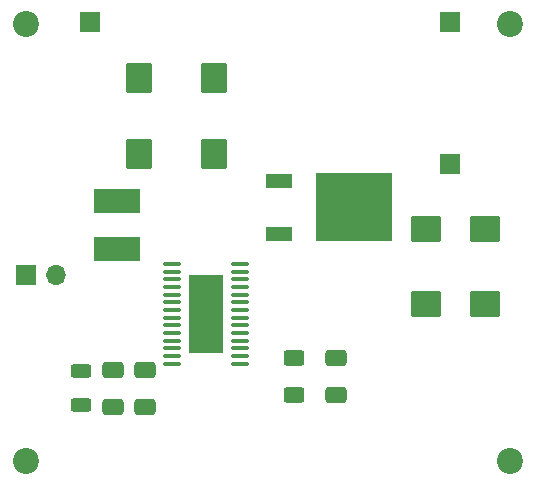
<source format=gbr>
%TF.GenerationSoftware,KiCad,Pcbnew,(5.99.0-12550-g77f47b6e47)*%
%TF.CreationDate,2021-11-06T20:02:58+00:00*%
%TF.ProjectId,max1709,6d617831-3730-4392-9e6b-696361645f70,rev?*%
%TF.SameCoordinates,Original*%
%TF.FileFunction,Soldermask,Top*%
%TF.FilePolarity,Negative*%
%FSLAX46Y46*%
G04 Gerber Fmt 4.6, Leading zero omitted, Abs format (unit mm)*
G04 Created by KiCad (PCBNEW (5.99.0-12550-g77f47b6e47)) date 2021-11-06 20:02:58*
%MOMM*%
%LPD*%
G01*
G04 APERTURE LIST*
G04 Aperture macros list*
%AMRoundRect*
0 Rectangle with rounded corners*
0 $1 Rounding radius*
0 $2 $3 $4 $5 $6 $7 $8 $9 X,Y pos of 4 corners*
0 Add a 4 corners polygon primitive as box body*
4,1,4,$2,$3,$4,$5,$6,$7,$8,$9,$2,$3,0*
0 Add four circle primitives for the rounded corners*
1,1,$1+$1,$2,$3*
1,1,$1+$1,$4,$5*
1,1,$1+$1,$6,$7*
1,1,$1+$1,$8,$9*
0 Add four rect primitives between the rounded corners*
20,1,$1+$1,$2,$3,$4,$5,0*
20,1,$1+$1,$4,$5,$6,$7,0*
20,1,$1+$1,$6,$7,$8,$9,0*
20,1,$1+$1,$8,$9,$2,$3,0*%
G04 Aperture macros list end*
%ADD10R,2.200000X1.200000*%
%ADD11R,6.400000X5.800000*%
%ADD12R,1.700000X1.700000*%
%ADD13O,1.700000X1.700000*%
%ADD14R,4.000000X2.000000*%
%ADD15C,2.200000*%
%ADD16RoundRect,0.100000X-0.637500X-0.100000X0.637500X-0.100000X0.637500X0.100000X-0.637500X0.100000X0*%
%ADD17R,2.850000X6.700000*%
%ADD18RoundRect,0.250000X-0.625000X0.400000X-0.625000X-0.400000X0.625000X-0.400000X0.625000X0.400000X0*%
%ADD19RoundRect,0.250000X-0.625000X0.312500X-0.625000X-0.312500X0.625000X-0.312500X0.625000X0.312500X0*%
%ADD20RoundRect,0.250000X-0.875000X-1.025000X0.875000X-1.025000X0.875000X1.025000X-0.875000X1.025000X0*%
%ADD21RoundRect,0.250000X-1.025000X0.875000X-1.025000X-0.875000X1.025000X-0.875000X1.025000X0.875000X0*%
%ADD22RoundRect,0.250000X-0.650000X0.412500X-0.650000X-0.412500X0.650000X-0.412500X0.650000X0.412500X0*%
G04 APERTURE END LIST*
D10*
%TO.C,D1*%
X225950000Y-117220000D03*
X225950000Y-121780000D03*
D11*
X232250000Y-119500000D03*
%TD*%
D12*
%TO.C,SW1*%
X204500000Y-125200000D03*
D13*
X207040000Y-125200000D03*
%TD*%
D14*
%TO.C,L1*%
X212250000Y-118950000D03*
X212250000Y-123050000D03*
%TD*%
D12*
%TO.C,TP3*%
X240400000Y-115800000D03*
%TD*%
%TO.C,TP2*%
X240400000Y-103800000D03*
%TD*%
%TO.C,TP1*%
X209900000Y-103800000D03*
%TD*%
D15*
%TO.C,REF\u002A\u002A*%
X245500000Y-104000000D03*
%TD*%
%TO.C,REF\u002A\u002A*%
X204500000Y-104000000D03*
%TD*%
%TO.C,REF\u002A\u002A*%
X204500000Y-141000000D03*
%TD*%
%TO.C,REF\u002A\u002A*%
X245500000Y-141000000D03*
%TD*%
D16*
%TO.C,U1*%
X216887500Y-124275000D03*
X216887500Y-124925000D03*
X216887500Y-125575000D03*
X216887500Y-126225000D03*
X216887500Y-126875000D03*
X216887500Y-127525000D03*
X216887500Y-128175000D03*
X216887500Y-128825000D03*
X216887500Y-129475000D03*
X216887500Y-130125000D03*
X216887500Y-130775000D03*
X216887500Y-131425000D03*
X216887500Y-132075000D03*
X216887500Y-132725000D03*
X222612500Y-132725000D03*
X222612500Y-132075000D03*
X222612500Y-131425000D03*
X222612500Y-130775000D03*
X222612500Y-130125000D03*
X222612500Y-129475000D03*
X222612500Y-128825000D03*
X222612500Y-128175000D03*
X222612500Y-127525000D03*
X222612500Y-126875000D03*
X222612500Y-126225000D03*
X222612500Y-125575000D03*
X222612500Y-124925000D03*
X222612500Y-124275000D03*
D17*
X219750000Y-128500000D03*
%TD*%
D18*
%TO.C,R2*%
X227200000Y-135350000D03*
X227200000Y-132250000D03*
%TD*%
D19*
%TO.C,R1*%
X209200000Y-133337500D03*
X209200000Y-136262500D03*
%TD*%
D20*
%TO.C,C7*%
X220450000Y-115000000D03*
X214050000Y-115000000D03*
%TD*%
%TO.C,C6*%
X220450000Y-108500000D03*
X214050000Y-108500000D03*
%TD*%
D21*
%TO.C,C5*%
X243400000Y-127700000D03*
X243400000Y-121300000D03*
%TD*%
D22*
%TO.C,C4*%
X230800000Y-135362500D03*
X230800000Y-132237500D03*
%TD*%
D21*
%TO.C,C3*%
X238400000Y-127700000D03*
X238400000Y-121300000D03*
%TD*%
D22*
%TO.C,C2*%
X214600000Y-136362500D03*
X214600000Y-133237500D03*
%TD*%
%TO.C,C1*%
X211900000Y-133237500D03*
X211900000Y-136362500D03*
%TD*%
M02*

</source>
